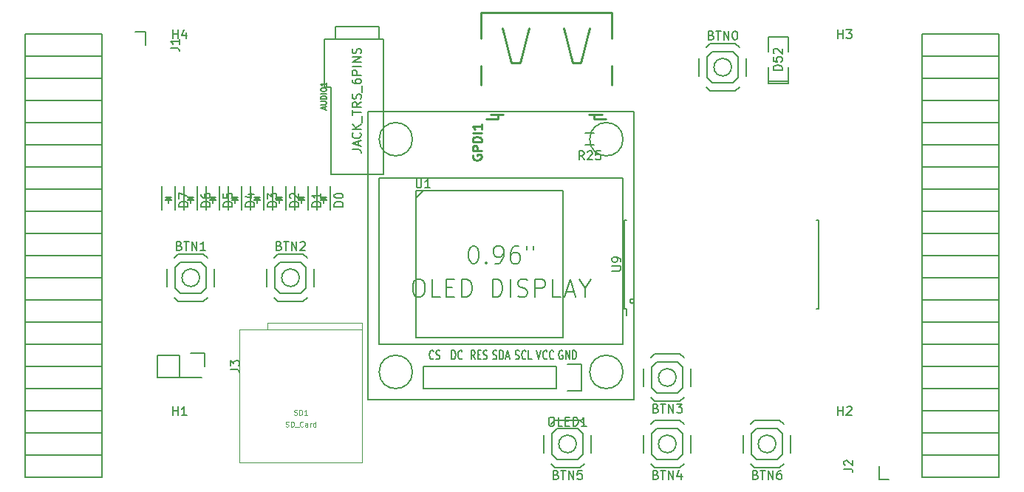
<source format=gto>
G04 #@! TF.FileFunction,Legend,Top*
%FSLAX46Y46*%
G04 Gerber Fmt 4.6, Leading zero omitted, Abs format (unit mm)*
G04 Created by KiCad (PCBNEW 4.0.5+dfsg1-4) date Fri May  5 02:04:24 2017*
%MOMM*%
%LPD*%
G01*
G04 APERTURE LIST*
%ADD10C,0.100000*%
%ADD11C,0.150000*%
%ADD12C,0.010160*%
%ADD13C,0.152400*%
%ADD14C,0.254000*%
%ADD15C,0.124460*%
G04 APERTURE END LIST*
D10*
D11*
X130080000Y-96200000D02*
X146880000Y-96200000D01*
X146880000Y-96200000D02*
X146880000Y-79400000D01*
X146880000Y-79400000D02*
X130080000Y-79400000D01*
X130080000Y-79400000D02*
X130080000Y-96200000D01*
X130880000Y-79400000D02*
X130080000Y-80200000D01*
X170427000Y-66881000D02*
X170427000Y-67135000D01*
X170427000Y-67135000D02*
X172713000Y-67135000D01*
X172713000Y-67135000D02*
X172713000Y-66881000D01*
X170427000Y-66881000D02*
X172713000Y-66881000D01*
X172713000Y-66881000D02*
X172713000Y-65230000D01*
X170427000Y-63452000D02*
X170427000Y-61801000D01*
X170427000Y-61801000D02*
X172713000Y-61801000D01*
X172713000Y-61801000D02*
X172713000Y-63452000D01*
X170427000Y-65230000D02*
X170427000Y-66881000D01*
D12*
X113070000Y-95320000D02*
X113070000Y-94520000D01*
X113070000Y-94520000D02*
X123870000Y-94520000D01*
X123870000Y-94520000D02*
X123870000Y-95320000D01*
X109870000Y-110520000D02*
X109870000Y-95320000D01*
X109870000Y-95320000D02*
X123870000Y-95320000D01*
X123870000Y-95320000D02*
X123870000Y-110520000D01*
X123870000Y-110520000D02*
X109870000Y-110520000D01*
D11*
X105260000Y-89360000D02*
G75*
G03X105260000Y-89360000I-1000000J0D01*
G01*
X103060000Y-87560000D02*
X105460000Y-87560000D01*
X102460000Y-88160000D02*
X103060000Y-87560000D01*
X102460000Y-90560000D02*
X102460000Y-88160000D01*
X103060000Y-91160000D02*
X102460000Y-90560000D01*
X105460000Y-91160000D02*
X103060000Y-91160000D01*
X106060000Y-90560000D02*
X105460000Y-91160000D01*
X106060000Y-88160000D02*
X106060000Y-90560000D01*
X105460000Y-87560000D02*
X106060000Y-88160000D01*
X102810000Y-86660000D02*
X105710000Y-86660000D01*
X102360000Y-87110000D02*
X102810000Y-86660000D01*
X101560000Y-90360000D02*
X101560000Y-88360000D01*
X102810000Y-92060000D02*
X102360000Y-91610000D01*
X105710000Y-92060000D02*
X102810000Y-92060000D01*
X106160000Y-91610000D02*
X105710000Y-92060000D01*
X106960000Y-88360000D02*
X106960000Y-90360000D01*
X105710000Y-86660000D02*
X106160000Y-87110000D01*
X116690000Y-89360000D02*
G75*
G03X116690000Y-89360000I-1000000J0D01*
G01*
X114490000Y-87560000D02*
X116890000Y-87560000D01*
X113890000Y-88160000D02*
X114490000Y-87560000D01*
X113890000Y-90560000D02*
X113890000Y-88160000D01*
X114490000Y-91160000D02*
X113890000Y-90560000D01*
X116890000Y-91160000D02*
X114490000Y-91160000D01*
X117490000Y-90560000D02*
X116890000Y-91160000D01*
X117490000Y-88160000D02*
X117490000Y-90560000D01*
X116890000Y-87560000D02*
X117490000Y-88160000D01*
X114240000Y-86660000D02*
X117140000Y-86660000D01*
X113790000Y-87110000D02*
X114240000Y-86660000D01*
X112990000Y-90360000D02*
X112990000Y-88360000D01*
X114240000Y-92060000D02*
X113790000Y-91610000D01*
X117140000Y-92060000D02*
X114240000Y-92060000D01*
X117590000Y-91610000D02*
X117140000Y-92060000D01*
X118390000Y-88360000D02*
X118390000Y-90360000D01*
X117140000Y-86660000D02*
X117590000Y-87110000D01*
X159870000Y-100790000D02*
G75*
G03X159870000Y-100790000I-1000000J0D01*
G01*
X160070000Y-102590000D02*
X157670000Y-102590000D01*
X160670000Y-101990000D02*
X160070000Y-102590000D01*
X160670000Y-99590000D02*
X160670000Y-101990000D01*
X160070000Y-98990000D02*
X160670000Y-99590000D01*
X157670000Y-98990000D02*
X160070000Y-98990000D01*
X157070000Y-99590000D02*
X157670000Y-98990000D01*
X157070000Y-101990000D02*
X157070000Y-99590000D01*
X157670000Y-102590000D02*
X157070000Y-101990000D01*
X160320000Y-103490000D02*
X157420000Y-103490000D01*
X160770000Y-103040000D02*
X160320000Y-103490000D01*
X161570000Y-99790000D02*
X161570000Y-101790000D01*
X160320000Y-98090000D02*
X160770000Y-98540000D01*
X157420000Y-98090000D02*
X160320000Y-98090000D01*
X156970000Y-98540000D02*
X157420000Y-98090000D01*
X156170000Y-101790000D02*
X156170000Y-99790000D01*
X157420000Y-103490000D02*
X156970000Y-103040000D01*
X159870000Y-108410000D02*
G75*
G03X159870000Y-108410000I-1000000J0D01*
G01*
X160070000Y-110210000D02*
X157670000Y-110210000D01*
X160670000Y-109610000D02*
X160070000Y-110210000D01*
X160670000Y-107210000D02*
X160670000Y-109610000D01*
X160070000Y-106610000D02*
X160670000Y-107210000D01*
X157670000Y-106610000D02*
X160070000Y-106610000D01*
X157070000Y-107210000D02*
X157670000Y-106610000D01*
X157070000Y-109610000D02*
X157070000Y-107210000D01*
X157670000Y-110210000D02*
X157070000Y-109610000D01*
X160320000Y-111110000D02*
X157420000Y-111110000D01*
X160770000Y-110660000D02*
X160320000Y-111110000D01*
X161570000Y-107410000D02*
X161570000Y-109410000D01*
X160320000Y-105710000D02*
X160770000Y-106160000D01*
X157420000Y-105710000D02*
X160320000Y-105710000D01*
X156970000Y-106160000D02*
X157420000Y-105710000D01*
X156170000Y-109410000D02*
X156170000Y-107410000D01*
X157420000Y-111110000D02*
X156970000Y-110660000D01*
X148440000Y-108410000D02*
G75*
G03X148440000Y-108410000I-1000000J0D01*
G01*
X148640000Y-110210000D02*
X146240000Y-110210000D01*
X149240000Y-109610000D02*
X148640000Y-110210000D01*
X149240000Y-107210000D02*
X149240000Y-109610000D01*
X148640000Y-106610000D02*
X149240000Y-107210000D01*
X146240000Y-106610000D02*
X148640000Y-106610000D01*
X145640000Y-107210000D02*
X146240000Y-106610000D01*
X145640000Y-109610000D02*
X145640000Y-107210000D01*
X146240000Y-110210000D02*
X145640000Y-109610000D01*
X148890000Y-111110000D02*
X145990000Y-111110000D01*
X149340000Y-110660000D02*
X148890000Y-111110000D01*
X150140000Y-107410000D02*
X150140000Y-109410000D01*
X148890000Y-105710000D02*
X149340000Y-106160000D01*
X145990000Y-105710000D02*
X148890000Y-105710000D01*
X145540000Y-106160000D02*
X145990000Y-105710000D01*
X144740000Y-109410000D02*
X144740000Y-107410000D01*
X145990000Y-111110000D02*
X145540000Y-110660000D01*
X171300000Y-108410000D02*
G75*
G03X171300000Y-108410000I-1000000J0D01*
G01*
X171500000Y-110210000D02*
X169100000Y-110210000D01*
X172100000Y-109610000D02*
X171500000Y-110210000D01*
X172100000Y-107210000D02*
X172100000Y-109610000D01*
X171500000Y-106610000D02*
X172100000Y-107210000D01*
X169100000Y-106610000D02*
X171500000Y-106610000D01*
X168500000Y-107210000D02*
X169100000Y-106610000D01*
X168500000Y-109610000D02*
X168500000Y-107210000D01*
X169100000Y-110210000D02*
X168500000Y-109610000D01*
X171750000Y-111110000D02*
X168850000Y-111110000D01*
X172200000Y-110660000D02*
X171750000Y-111110000D01*
X173000000Y-107410000D02*
X173000000Y-109410000D01*
X171750000Y-105710000D02*
X172200000Y-106160000D01*
X168850000Y-105710000D02*
X171750000Y-105710000D01*
X168400000Y-106160000D02*
X168850000Y-105710000D01*
X167600000Y-109410000D02*
X167600000Y-107410000D01*
X168850000Y-111110000D02*
X168400000Y-110660000D01*
X118750000Y-78870000D02*
X118750000Y-81570000D01*
X120250000Y-78870000D02*
X120250000Y-81570000D01*
X119350000Y-80370000D02*
X119600000Y-80370000D01*
X119600000Y-80370000D02*
X119450000Y-80220000D01*
X119850000Y-80120000D02*
X119150000Y-80120000D01*
X119500000Y-80470000D02*
X119500000Y-80820000D01*
X119500000Y-80120000D02*
X119850000Y-80470000D01*
X119850000Y-80470000D02*
X119150000Y-80470000D01*
X119150000Y-80470000D02*
X119500000Y-80120000D01*
X116210000Y-78870000D02*
X116210000Y-81570000D01*
X117710000Y-78870000D02*
X117710000Y-81570000D01*
X116810000Y-80370000D02*
X117060000Y-80370000D01*
X117060000Y-80370000D02*
X116910000Y-80220000D01*
X117310000Y-80120000D02*
X116610000Y-80120000D01*
X116960000Y-80470000D02*
X116960000Y-80820000D01*
X116960000Y-80120000D02*
X117310000Y-80470000D01*
X117310000Y-80470000D02*
X116610000Y-80470000D01*
X116610000Y-80470000D02*
X116960000Y-80120000D01*
X113670000Y-78870000D02*
X113670000Y-81570000D01*
X115170000Y-78870000D02*
X115170000Y-81570000D01*
X114270000Y-80370000D02*
X114520000Y-80370000D01*
X114520000Y-80370000D02*
X114370000Y-80220000D01*
X114770000Y-80120000D02*
X114070000Y-80120000D01*
X114420000Y-80470000D02*
X114420000Y-80820000D01*
X114420000Y-80120000D02*
X114770000Y-80470000D01*
X114770000Y-80470000D02*
X114070000Y-80470000D01*
X114070000Y-80470000D02*
X114420000Y-80120000D01*
X111130000Y-78870000D02*
X111130000Y-81570000D01*
X112630000Y-78870000D02*
X112630000Y-81570000D01*
X111730000Y-80370000D02*
X111980000Y-80370000D01*
X111980000Y-80370000D02*
X111830000Y-80220000D01*
X112230000Y-80120000D02*
X111530000Y-80120000D01*
X111880000Y-80470000D02*
X111880000Y-80820000D01*
X111880000Y-80120000D02*
X112230000Y-80470000D01*
X112230000Y-80470000D02*
X111530000Y-80470000D01*
X111530000Y-80470000D02*
X111880000Y-80120000D01*
X108590000Y-78870000D02*
X108590000Y-81570000D01*
X110090000Y-78870000D02*
X110090000Y-81570000D01*
X109190000Y-80370000D02*
X109440000Y-80370000D01*
X109440000Y-80370000D02*
X109290000Y-80220000D01*
X109690000Y-80120000D02*
X108990000Y-80120000D01*
X109340000Y-80470000D02*
X109340000Y-80820000D01*
X109340000Y-80120000D02*
X109690000Y-80470000D01*
X109690000Y-80470000D02*
X108990000Y-80470000D01*
X108990000Y-80470000D02*
X109340000Y-80120000D01*
X106050000Y-78870000D02*
X106050000Y-81570000D01*
X107550000Y-78870000D02*
X107550000Y-81570000D01*
X106650000Y-80370000D02*
X106900000Y-80370000D01*
X106900000Y-80370000D02*
X106750000Y-80220000D01*
X107150000Y-80120000D02*
X106450000Y-80120000D01*
X106800000Y-80470000D02*
X106800000Y-80820000D01*
X106800000Y-80120000D02*
X107150000Y-80470000D01*
X107150000Y-80470000D02*
X106450000Y-80470000D01*
X106450000Y-80470000D02*
X106800000Y-80120000D01*
X103510000Y-78870000D02*
X103510000Y-81570000D01*
X105010000Y-78870000D02*
X105010000Y-81570000D01*
X104110000Y-80370000D02*
X104360000Y-80370000D01*
X104360000Y-80370000D02*
X104210000Y-80220000D01*
X104610000Y-80120000D02*
X103910000Y-80120000D01*
X104260000Y-80470000D02*
X104260000Y-80820000D01*
X104260000Y-80120000D02*
X104610000Y-80470000D01*
X104610000Y-80470000D02*
X103910000Y-80470000D01*
X103910000Y-80470000D02*
X104260000Y-80120000D01*
X100970000Y-78870000D02*
X100970000Y-81570000D01*
X102470000Y-78870000D02*
X102470000Y-81570000D01*
X101570000Y-80370000D02*
X101820000Y-80370000D01*
X101820000Y-80370000D02*
X101670000Y-80220000D01*
X102070000Y-80120000D02*
X101370000Y-80120000D01*
X101720000Y-80470000D02*
X101720000Y-80820000D01*
X101720000Y-80120000D02*
X102070000Y-80470000D01*
X102070000Y-80470000D02*
X101370000Y-80470000D01*
X101370000Y-80470000D02*
X101720000Y-80120000D01*
D13*
X120310000Y-77540000D02*
X120310000Y-67540000D01*
X120310000Y-67540000D02*
X119610000Y-67540000D01*
X119610000Y-67540000D02*
X119610000Y-62040000D01*
X126310000Y-77540000D02*
X120310000Y-77540000D01*
X126310000Y-62040000D02*
X126310000Y-77540000D01*
X126310000Y-62040000D02*
X119610000Y-62040000D01*
X125810000Y-62040000D02*
X125810000Y-60540000D01*
X125810000Y-60540000D02*
X120810000Y-60540000D01*
X120810000Y-60540000D02*
X120810000Y-62040000D01*
D11*
X176180000Y-92880000D02*
X175980000Y-92880000D01*
X176180000Y-82720000D02*
X175980000Y-82720000D01*
X155080000Y-92050000D02*
G75*
G03X155080000Y-92050000I-250000J0D01*
G01*
X154180000Y-92880000D02*
X154180000Y-93700000D01*
X153980000Y-92880000D02*
X154180000Y-92880000D01*
X153980000Y-82720000D02*
X154180000Y-82720000D01*
X176190000Y-82720000D02*
X176190000Y-92880000D01*
X153970000Y-92880000D02*
X153970000Y-82720000D01*
D14*
X151378260Y-70648160D02*
X150479100Y-70648160D01*
X150479100Y-70648160D02*
X149879660Y-70648160D01*
X140080340Y-70648160D02*
X139480900Y-70648160D01*
X139480900Y-70648160D02*
X138581740Y-70648160D01*
X137481920Y-67249640D02*
X137481920Y-65098260D01*
X137481920Y-61900400D02*
X137481920Y-58992100D01*
X137481920Y-58992100D02*
X152478080Y-58992100D01*
X152478080Y-58992100D02*
X152478080Y-61900400D01*
X152478080Y-65098260D02*
X152478080Y-67249640D01*
X138106760Y-71148540D02*
X139480900Y-71148540D01*
X139480900Y-71148540D02*
X139480900Y-70648160D01*
X150479100Y-70648160D02*
X150479100Y-71148540D01*
X150479100Y-71148540D02*
X151865940Y-71148540D01*
X142981020Y-60732000D02*
X141980260Y-64732500D01*
X141980260Y-64732500D02*
X140982040Y-64732500D01*
X140982040Y-64732500D02*
X139981280Y-60732000D01*
X146978980Y-60732000D02*
X147979740Y-64732500D01*
X147979740Y-64732500D02*
X148977960Y-64732500D01*
X148977960Y-64732500D02*
X149978720Y-60732000D01*
D11*
X85270000Y-112220000D02*
X94100000Y-112220000D01*
X85270000Y-109680000D02*
X85270000Y-112220000D01*
X94100000Y-109680000D02*
X94100000Y-112220000D01*
X94100000Y-112220000D02*
X85270000Y-112220000D01*
X94100000Y-109680000D02*
X85270000Y-109680000D01*
X94100000Y-107140000D02*
X94100000Y-109680000D01*
X85270000Y-107140000D02*
X85270000Y-109680000D01*
X85270000Y-109680000D02*
X94100000Y-109680000D01*
X85270000Y-91900000D02*
X94100000Y-91900000D01*
X85270000Y-89360000D02*
X85270000Y-91900000D01*
X94100000Y-89360000D02*
X94100000Y-91900000D01*
X94100000Y-91900000D02*
X85270000Y-91900000D01*
X94100000Y-94440000D02*
X85270000Y-94440000D01*
X94100000Y-91900000D02*
X94100000Y-94440000D01*
X85270000Y-91900000D02*
X85270000Y-94440000D01*
X85270000Y-94440000D02*
X94100000Y-94440000D01*
X85270000Y-107140000D02*
X94100000Y-107140000D01*
X85270000Y-104600000D02*
X85270000Y-107140000D01*
X94100000Y-104600000D02*
X94100000Y-107140000D01*
X94100000Y-107140000D02*
X85270000Y-107140000D01*
X94100000Y-104600000D02*
X85270000Y-104600000D01*
X94100000Y-102060000D02*
X94100000Y-104600000D01*
X85270000Y-102060000D02*
X85270000Y-104600000D01*
X85270000Y-104600000D02*
X94100000Y-104600000D01*
X85270000Y-102060000D02*
X94100000Y-102060000D01*
X85270000Y-99520000D02*
X85270000Y-102060000D01*
X94100000Y-99520000D02*
X94100000Y-102060000D01*
X94100000Y-102060000D02*
X85270000Y-102060000D01*
X94100000Y-99520000D02*
X85270000Y-99520000D01*
X94100000Y-96980000D02*
X94100000Y-99520000D01*
X85270000Y-96980000D02*
X85270000Y-99520000D01*
X85270000Y-99520000D02*
X94100000Y-99520000D01*
X85270000Y-96980000D02*
X94100000Y-96980000D01*
X85270000Y-94440000D02*
X85270000Y-96980000D01*
X94100000Y-94440000D02*
X94100000Y-96980000D01*
X94100000Y-96980000D02*
X85270000Y-96980000D01*
X94100000Y-79200000D02*
X85270000Y-79200000D01*
X94100000Y-76660000D02*
X94100000Y-79200000D01*
X85270000Y-76660000D02*
X85270000Y-79200000D01*
X85270000Y-79200000D02*
X94100000Y-79200000D01*
X85270000Y-81740000D02*
X94100000Y-81740000D01*
X85270000Y-79200000D02*
X85270000Y-81740000D01*
X94100000Y-79200000D02*
X94100000Y-81740000D01*
X94100000Y-81740000D02*
X85270000Y-81740000D01*
X94100000Y-84280000D02*
X85270000Y-84280000D01*
X94100000Y-81740000D02*
X94100000Y-84280000D01*
X85270000Y-81740000D02*
X85270000Y-84280000D01*
X85270000Y-84280000D02*
X94100000Y-84280000D01*
X85270000Y-86820000D02*
X94100000Y-86820000D01*
X85270000Y-84280000D02*
X85270000Y-86820000D01*
X94100000Y-84280000D02*
X94100000Y-86820000D01*
X94100000Y-86820000D02*
X85270000Y-86820000D01*
X94100000Y-89360000D02*
X85270000Y-89360000D01*
X94100000Y-86820000D02*
X94100000Y-89360000D01*
X85270000Y-86820000D02*
X85270000Y-89360000D01*
X85270000Y-89360000D02*
X94100000Y-89360000D01*
X85270000Y-76660000D02*
X94100000Y-76660000D01*
X85270000Y-74120000D02*
X85270000Y-76660000D01*
X94100000Y-74120000D02*
X94100000Y-76660000D01*
X94100000Y-76660000D02*
X85270000Y-76660000D01*
X94100000Y-74120000D02*
X85270000Y-74120000D01*
X94100000Y-71580000D02*
X94100000Y-74120000D01*
X85270000Y-71580000D02*
X85270000Y-74120000D01*
X85270000Y-74120000D02*
X94100000Y-74120000D01*
X85270000Y-71580000D02*
X94100000Y-71580000D01*
X85270000Y-69040000D02*
X85270000Y-71580000D01*
X94100000Y-69040000D02*
X94100000Y-71580000D01*
X94100000Y-71580000D02*
X85270000Y-71580000D01*
X94100000Y-69040000D02*
X85270000Y-69040000D01*
X94100000Y-66500000D02*
X94100000Y-69040000D01*
X85270000Y-66500000D02*
X85270000Y-69040000D01*
X85270000Y-69040000D02*
X94100000Y-69040000D01*
X85270000Y-66500000D02*
X94100000Y-66500000D01*
X85270000Y-63960000D02*
X85270000Y-66500000D01*
X94100000Y-63960000D02*
X94100000Y-66500000D01*
X94100000Y-66500000D02*
X85270000Y-66500000D01*
X94100000Y-63960000D02*
X85270000Y-63960000D01*
X94100000Y-61420000D02*
X94100000Y-63960000D01*
X99060000Y-62690000D02*
X99060000Y-61140000D01*
X99060000Y-61140000D02*
X97910000Y-61140000D01*
X94100000Y-61420000D02*
X85270000Y-61420000D01*
X85270000Y-61420000D02*
X85270000Y-63960000D01*
X85270000Y-63960000D02*
X94100000Y-63960000D01*
X196910000Y-61420000D02*
X188080000Y-61420000D01*
X196910000Y-63960000D02*
X196910000Y-61420000D01*
X188080000Y-63960000D02*
X188080000Y-61420000D01*
X188080000Y-61420000D02*
X196910000Y-61420000D01*
X188080000Y-63960000D02*
X196910000Y-63960000D01*
X188080000Y-66500000D02*
X188080000Y-63960000D01*
X196910000Y-66500000D02*
X196910000Y-63960000D01*
X196910000Y-63960000D02*
X188080000Y-63960000D01*
X196910000Y-81740000D02*
X188080000Y-81740000D01*
X196910000Y-84280000D02*
X196910000Y-81740000D01*
X188080000Y-84280000D02*
X188080000Y-81740000D01*
X188080000Y-81740000D02*
X196910000Y-81740000D01*
X188080000Y-79200000D02*
X196910000Y-79200000D01*
X188080000Y-81740000D02*
X188080000Y-79200000D01*
X196910000Y-81740000D02*
X196910000Y-79200000D01*
X196910000Y-79200000D02*
X188080000Y-79200000D01*
X196910000Y-66500000D02*
X188080000Y-66500000D01*
X196910000Y-69040000D02*
X196910000Y-66500000D01*
X188080000Y-69040000D02*
X188080000Y-66500000D01*
X188080000Y-66500000D02*
X196910000Y-66500000D01*
X188080000Y-69040000D02*
X196910000Y-69040000D01*
X188080000Y-71580000D02*
X188080000Y-69040000D01*
X196910000Y-71580000D02*
X196910000Y-69040000D01*
X196910000Y-69040000D02*
X188080000Y-69040000D01*
X196910000Y-71580000D02*
X188080000Y-71580000D01*
X196910000Y-74120000D02*
X196910000Y-71580000D01*
X188080000Y-74120000D02*
X188080000Y-71580000D01*
X188080000Y-71580000D02*
X196910000Y-71580000D01*
X188080000Y-74120000D02*
X196910000Y-74120000D01*
X188080000Y-76660000D02*
X188080000Y-74120000D01*
X196910000Y-76660000D02*
X196910000Y-74120000D01*
X196910000Y-74120000D02*
X188080000Y-74120000D01*
X196910000Y-76660000D02*
X188080000Y-76660000D01*
X196910000Y-79200000D02*
X196910000Y-76660000D01*
X188080000Y-79200000D02*
X188080000Y-76660000D01*
X188080000Y-76660000D02*
X196910000Y-76660000D01*
X188080000Y-94440000D02*
X196910000Y-94440000D01*
X188080000Y-96980000D02*
X188080000Y-94440000D01*
X196910000Y-96980000D02*
X196910000Y-94440000D01*
X196910000Y-94440000D02*
X188080000Y-94440000D01*
X196910000Y-91900000D02*
X188080000Y-91900000D01*
X196910000Y-94440000D02*
X196910000Y-91900000D01*
X188080000Y-94440000D02*
X188080000Y-91900000D01*
X188080000Y-91900000D02*
X196910000Y-91900000D01*
X188080000Y-89360000D02*
X196910000Y-89360000D01*
X188080000Y-91900000D02*
X188080000Y-89360000D01*
X196910000Y-91900000D02*
X196910000Y-89360000D01*
X196910000Y-89360000D02*
X188080000Y-89360000D01*
X196910000Y-86820000D02*
X188080000Y-86820000D01*
X196910000Y-89360000D02*
X196910000Y-86820000D01*
X188080000Y-89360000D02*
X188080000Y-86820000D01*
X188080000Y-86820000D02*
X196910000Y-86820000D01*
X188080000Y-84280000D02*
X196910000Y-84280000D01*
X188080000Y-86820000D02*
X188080000Y-84280000D01*
X196910000Y-86820000D02*
X196910000Y-84280000D01*
X196910000Y-84280000D02*
X188080000Y-84280000D01*
X196910000Y-96980000D02*
X188080000Y-96980000D01*
X196910000Y-99520000D02*
X196910000Y-96980000D01*
X188080000Y-99520000D02*
X188080000Y-96980000D01*
X188080000Y-96980000D02*
X196910000Y-96980000D01*
X188080000Y-99520000D02*
X196910000Y-99520000D01*
X188080000Y-102060000D02*
X188080000Y-99520000D01*
X196910000Y-102060000D02*
X196910000Y-99520000D01*
X196910000Y-99520000D02*
X188080000Y-99520000D01*
X196910000Y-102060000D02*
X188080000Y-102060000D01*
X196910000Y-104600000D02*
X196910000Y-102060000D01*
X188080000Y-104600000D02*
X188080000Y-102060000D01*
X188080000Y-102060000D02*
X196910000Y-102060000D01*
X188080000Y-104600000D02*
X196910000Y-104600000D01*
X188080000Y-107140000D02*
X188080000Y-104600000D01*
X196910000Y-107140000D02*
X196910000Y-104600000D01*
X196910000Y-104600000D02*
X188080000Y-104600000D01*
X196910000Y-107140000D02*
X188080000Y-107140000D01*
X196910000Y-109680000D02*
X196910000Y-107140000D01*
X188080000Y-109680000D02*
X188080000Y-107140000D01*
X188080000Y-107140000D02*
X196910000Y-107140000D01*
X188080000Y-109680000D02*
X196910000Y-109680000D01*
X188080000Y-112220000D02*
X188080000Y-109680000D01*
X183120000Y-110950000D02*
X183120000Y-112500000D01*
X183120000Y-112500000D02*
X184270000Y-112500000D01*
X188080000Y-112220000D02*
X196910000Y-112220000D01*
X196910000Y-112220000D02*
X196910000Y-109680000D01*
X196910000Y-109680000D02*
X188080000Y-109680000D01*
X166220000Y-65230000D02*
G75*
G03X166220000Y-65230000I-1000000J0D01*
G01*
X164020000Y-63430000D02*
X166420000Y-63430000D01*
X163420000Y-64030000D02*
X164020000Y-63430000D01*
X163420000Y-66430000D02*
X163420000Y-64030000D01*
X164020000Y-67030000D02*
X163420000Y-66430000D01*
X166420000Y-67030000D02*
X164020000Y-67030000D01*
X167020000Y-66430000D02*
X166420000Y-67030000D01*
X167020000Y-64030000D02*
X167020000Y-66430000D01*
X166420000Y-63430000D02*
X167020000Y-64030000D01*
X163770000Y-62530000D02*
X166670000Y-62530000D01*
X163320000Y-62980000D02*
X163770000Y-62530000D01*
X162520000Y-66230000D02*
X162520000Y-64230000D01*
X163770000Y-67930000D02*
X163320000Y-67480000D01*
X166670000Y-67930000D02*
X163770000Y-67930000D01*
X167120000Y-67480000D02*
X166670000Y-67930000D01*
X167920000Y-64230000D02*
X167920000Y-66230000D01*
X166670000Y-62530000D02*
X167120000Y-62980000D01*
X149480000Y-72810000D02*
X150480000Y-72810000D01*
X150480000Y-74160000D02*
X149480000Y-74160000D01*
X105810000Y-99520000D02*
X105810000Y-97970000D01*
X102990000Y-100790000D02*
X105530000Y-100790000D01*
X105810000Y-97970000D02*
X104260000Y-97970000D01*
X100450000Y-100790000D02*
X102990000Y-100790000D01*
X102990000Y-100790000D02*
X102990000Y-98250000D01*
X102990000Y-98250000D02*
X100450000Y-98250000D01*
X100450000Y-98250000D02*
X100450000Y-100790000D01*
X153790000Y-73485000D02*
G75*
G03X153790000Y-73485000I-1905000J0D01*
G01*
X129660000Y-73485000D02*
G75*
G03X129660000Y-73485000I-1905000J0D01*
G01*
X129660000Y-100155000D02*
G75*
G03X129660000Y-100155000I-1905000J0D01*
G01*
X153790000Y-100155000D02*
G75*
G03X153790000Y-100155000I-1905000J0D01*
G01*
X153790000Y-77930000D02*
X153790000Y-96980000D01*
X125850000Y-77930000D02*
X153790000Y-77930000D01*
X125850000Y-96980000D02*
X125850000Y-77930000D01*
X153790000Y-96980000D02*
X125850000Y-96980000D01*
X155060000Y-70310000D02*
X155060000Y-103330000D01*
X124580000Y-70310000D02*
X155060000Y-70310000D01*
X124580000Y-103330000D02*
X124580000Y-70310000D01*
X155060000Y-103330000D02*
X124580000Y-103330000D01*
X146170000Y-99520000D02*
X130930000Y-99520000D01*
X130930000Y-99520000D02*
X130930000Y-102060000D01*
X130930000Y-102060000D02*
X146170000Y-102060000D01*
X148990000Y-99240000D02*
X147440000Y-99240000D01*
X146170000Y-99520000D02*
X146170000Y-102060000D01*
X147440000Y-102340000D02*
X148990000Y-102340000D01*
X148990000Y-102340000D02*
X148990000Y-99240000D01*
X130118095Y-78052381D02*
X130118095Y-78861905D01*
X130165714Y-78957143D01*
X130213333Y-79004762D01*
X130308571Y-79052381D01*
X130499048Y-79052381D01*
X130594286Y-79004762D01*
X130641905Y-78957143D01*
X130689524Y-78861905D01*
X130689524Y-78052381D01*
X131689524Y-79052381D02*
X131118095Y-79052381D01*
X131403809Y-79052381D02*
X131403809Y-78052381D01*
X131308571Y-78195238D01*
X131213333Y-78290476D01*
X131118095Y-78338095D01*
X172022381Y-65555286D02*
X171022381Y-65555286D01*
X171022381Y-65317191D01*
X171070000Y-65174333D01*
X171165238Y-65079095D01*
X171260476Y-65031476D01*
X171450952Y-64983857D01*
X171593810Y-64983857D01*
X171784286Y-65031476D01*
X171879524Y-65079095D01*
X171974762Y-65174333D01*
X172022381Y-65317191D01*
X172022381Y-65555286D01*
X171022381Y-64079095D02*
X171022381Y-64555286D01*
X171498571Y-64602905D01*
X171450952Y-64555286D01*
X171403333Y-64460048D01*
X171403333Y-64221952D01*
X171450952Y-64126714D01*
X171498571Y-64079095D01*
X171593810Y-64031476D01*
X171831905Y-64031476D01*
X171927143Y-64079095D01*
X171974762Y-64126714D01*
X172022381Y-64221952D01*
X172022381Y-64460048D01*
X171974762Y-64555286D01*
X171927143Y-64602905D01*
X171117619Y-63650524D02*
X171070000Y-63602905D01*
X171022381Y-63507667D01*
X171022381Y-63269571D01*
X171070000Y-63174333D01*
X171117619Y-63126714D01*
X171212857Y-63079095D01*
X171308095Y-63079095D01*
X171450952Y-63126714D01*
X172022381Y-63698143D01*
X172022381Y-63079095D01*
D15*
X116113564Y-105062630D02*
X116199198Y-105091175D01*
X116341922Y-105091175D01*
X116399012Y-105062630D01*
X116427556Y-105034086D01*
X116456101Y-104976996D01*
X116456101Y-104919907D01*
X116427556Y-104862817D01*
X116399012Y-104834272D01*
X116341922Y-104805728D01*
X116227743Y-104777183D01*
X116170654Y-104748638D01*
X116142109Y-104720093D01*
X116113564Y-104663004D01*
X116113564Y-104605914D01*
X116142109Y-104548825D01*
X116170654Y-104520280D01*
X116227743Y-104491735D01*
X116370467Y-104491735D01*
X116456101Y-104520280D01*
X116713004Y-105091175D02*
X116713004Y-104491735D01*
X116855728Y-104491735D01*
X116941362Y-104520280D01*
X116998451Y-104577370D01*
X117026996Y-104634459D01*
X117055541Y-104748638D01*
X117055541Y-104834272D01*
X117026996Y-104948451D01*
X116998451Y-105005541D01*
X116941362Y-105062630D01*
X116855728Y-105091175D01*
X116713004Y-105091175D01*
X117626436Y-105091175D02*
X117283899Y-105091175D01*
X117455168Y-105091175D02*
X117455168Y-104491735D01*
X117398078Y-104577370D01*
X117340989Y-104634459D01*
X117283899Y-104663004D01*
X115143043Y-106412630D02*
X115228677Y-106441175D01*
X115371401Y-106441175D01*
X115428491Y-106412630D01*
X115457035Y-106384086D01*
X115485580Y-106326996D01*
X115485580Y-106269907D01*
X115457035Y-106212817D01*
X115428491Y-106184272D01*
X115371401Y-106155728D01*
X115257222Y-106127183D01*
X115200133Y-106098638D01*
X115171588Y-106070093D01*
X115143043Y-106013004D01*
X115143043Y-105955914D01*
X115171588Y-105898825D01*
X115200133Y-105870280D01*
X115257222Y-105841735D01*
X115399946Y-105841735D01*
X115485580Y-105870280D01*
X115742483Y-106441175D02*
X115742483Y-105841735D01*
X115885207Y-105841735D01*
X115970841Y-105870280D01*
X116027930Y-105927370D01*
X116056475Y-105984459D01*
X116085020Y-106098638D01*
X116085020Y-106184272D01*
X116056475Y-106298451D01*
X116027930Y-106355541D01*
X115970841Y-106412630D01*
X115885207Y-106441175D01*
X115742483Y-106441175D01*
X116199199Y-106498265D02*
X116655915Y-106498265D01*
X117141176Y-106384086D02*
X117112631Y-106412630D01*
X117026997Y-106441175D01*
X116969907Y-106441175D01*
X116884273Y-106412630D01*
X116827184Y-106355541D01*
X116798639Y-106298451D01*
X116770094Y-106184272D01*
X116770094Y-106098638D01*
X116798639Y-105984459D01*
X116827184Y-105927370D01*
X116884273Y-105870280D01*
X116969907Y-105841735D01*
X117026997Y-105841735D01*
X117112631Y-105870280D01*
X117141176Y-105898825D01*
X117654982Y-106441175D02*
X117654982Y-106127183D01*
X117626437Y-106070093D01*
X117569347Y-106041549D01*
X117455168Y-106041549D01*
X117398079Y-106070093D01*
X117654982Y-106412630D02*
X117597892Y-106441175D01*
X117455168Y-106441175D01*
X117398079Y-106412630D01*
X117369534Y-106355541D01*
X117369534Y-106298451D01*
X117398079Y-106241362D01*
X117455168Y-106212817D01*
X117597892Y-106212817D01*
X117654982Y-106184272D01*
X117940429Y-106441175D02*
X117940429Y-106041549D01*
X117940429Y-106155728D02*
X117968974Y-106098638D01*
X117997518Y-106070093D01*
X118054608Y-106041549D01*
X118111697Y-106041549D01*
X118568414Y-106441175D02*
X118568414Y-105841735D01*
X118568414Y-106412630D02*
X118511324Y-106441175D01*
X118397145Y-106441175D01*
X118340056Y-106412630D01*
X118311511Y-106384086D01*
X118282966Y-106326996D01*
X118282966Y-106155728D01*
X118311511Y-106098638D01*
X118340056Y-106070093D01*
X118397145Y-106041549D01*
X118511324Y-106041549D01*
X118568414Y-106070093D01*
D11*
X102950477Y-85688571D02*
X103093334Y-85736190D01*
X103140953Y-85783810D01*
X103188572Y-85879048D01*
X103188572Y-86021905D01*
X103140953Y-86117143D01*
X103093334Y-86164762D01*
X102998096Y-86212381D01*
X102617143Y-86212381D01*
X102617143Y-85212381D01*
X102950477Y-85212381D01*
X103045715Y-85260000D01*
X103093334Y-85307619D01*
X103140953Y-85402857D01*
X103140953Y-85498095D01*
X103093334Y-85593333D01*
X103045715Y-85640952D01*
X102950477Y-85688571D01*
X102617143Y-85688571D01*
X103474286Y-85212381D02*
X104045715Y-85212381D01*
X103760000Y-86212381D02*
X103760000Y-85212381D01*
X104379048Y-86212381D02*
X104379048Y-85212381D01*
X104950477Y-86212381D01*
X104950477Y-85212381D01*
X105950477Y-86212381D02*
X105379048Y-86212381D01*
X105664762Y-86212381D02*
X105664762Y-85212381D01*
X105569524Y-85355238D01*
X105474286Y-85450476D01*
X105379048Y-85498095D01*
X114380477Y-85688571D02*
X114523334Y-85736190D01*
X114570953Y-85783810D01*
X114618572Y-85879048D01*
X114618572Y-86021905D01*
X114570953Y-86117143D01*
X114523334Y-86164762D01*
X114428096Y-86212381D01*
X114047143Y-86212381D01*
X114047143Y-85212381D01*
X114380477Y-85212381D01*
X114475715Y-85260000D01*
X114523334Y-85307619D01*
X114570953Y-85402857D01*
X114570953Y-85498095D01*
X114523334Y-85593333D01*
X114475715Y-85640952D01*
X114380477Y-85688571D01*
X114047143Y-85688571D01*
X114904286Y-85212381D02*
X115475715Y-85212381D01*
X115190000Y-86212381D02*
X115190000Y-85212381D01*
X115809048Y-86212381D02*
X115809048Y-85212381D01*
X116380477Y-86212381D01*
X116380477Y-85212381D01*
X116809048Y-85307619D02*
X116856667Y-85260000D01*
X116951905Y-85212381D01*
X117190001Y-85212381D01*
X117285239Y-85260000D01*
X117332858Y-85307619D01*
X117380477Y-85402857D01*
X117380477Y-85498095D01*
X117332858Y-85640952D01*
X116761429Y-86212381D01*
X117380477Y-86212381D01*
X157560477Y-104318571D02*
X157703334Y-104366190D01*
X157750953Y-104413810D01*
X157798572Y-104509048D01*
X157798572Y-104651905D01*
X157750953Y-104747143D01*
X157703334Y-104794762D01*
X157608096Y-104842381D01*
X157227143Y-104842381D01*
X157227143Y-103842381D01*
X157560477Y-103842381D01*
X157655715Y-103890000D01*
X157703334Y-103937619D01*
X157750953Y-104032857D01*
X157750953Y-104128095D01*
X157703334Y-104223333D01*
X157655715Y-104270952D01*
X157560477Y-104318571D01*
X157227143Y-104318571D01*
X158084286Y-103842381D02*
X158655715Y-103842381D01*
X158370000Y-104842381D02*
X158370000Y-103842381D01*
X158989048Y-104842381D02*
X158989048Y-103842381D01*
X159560477Y-104842381D01*
X159560477Y-103842381D01*
X159941429Y-103842381D02*
X160560477Y-103842381D01*
X160227143Y-104223333D01*
X160370001Y-104223333D01*
X160465239Y-104270952D01*
X160512858Y-104318571D01*
X160560477Y-104413810D01*
X160560477Y-104651905D01*
X160512858Y-104747143D01*
X160465239Y-104794762D01*
X160370001Y-104842381D01*
X160084286Y-104842381D01*
X159989048Y-104794762D01*
X159941429Y-104747143D01*
X157560477Y-111938571D02*
X157703334Y-111986190D01*
X157750953Y-112033810D01*
X157798572Y-112129048D01*
X157798572Y-112271905D01*
X157750953Y-112367143D01*
X157703334Y-112414762D01*
X157608096Y-112462381D01*
X157227143Y-112462381D01*
X157227143Y-111462381D01*
X157560477Y-111462381D01*
X157655715Y-111510000D01*
X157703334Y-111557619D01*
X157750953Y-111652857D01*
X157750953Y-111748095D01*
X157703334Y-111843333D01*
X157655715Y-111890952D01*
X157560477Y-111938571D01*
X157227143Y-111938571D01*
X158084286Y-111462381D02*
X158655715Y-111462381D01*
X158370000Y-112462381D02*
X158370000Y-111462381D01*
X158989048Y-112462381D02*
X158989048Y-111462381D01*
X159560477Y-112462381D01*
X159560477Y-111462381D01*
X160465239Y-111795714D02*
X160465239Y-112462381D01*
X160227143Y-111414762D02*
X159989048Y-112129048D01*
X160608096Y-112129048D01*
X146130477Y-111938571D02*
X146273334Y-111986190D01*
X146320953Y-112033810D01*
X146368572Y-112129048D01*
X146368572Y-112271905D01*
X146320953Y-112367143D01*
X146273334Y-112414762D01*
X146178096Y-112462381D01*
X145797143Y-112462381D01*
X145797143Y-111462381D01*
X146130477Y-111462381D01*
X146225715Y-111510000D01*
X146273334Y-111557619D01*
X146320953Y-111652857D01*
X146320953Y-111748095D01*
X146273334Y-111843333D01*
X146225715Y-111890952D01*
X146130477Y-111938571D01*
X145797143Y-111938571D01*
X146654286Y-111462381D02*
X147225715Y-111462381D01*
X146940000Y-112462381D02*
X146940000Y-111462381D01*
X147559048Y-112462381D02*
X147559048Y-111462381D01*
X148130477Y-112462381D01*
X148130477Y-111462381D01*
X149082858Y-111462381D02*
X148606667Y-111462381D01*
X148559048Y-111938571D01*
X148606667Y-111890952D01*
X148701905Y-111843333D01*
X148940001Y-111843333D01*
X149035239Y-111890952D01*
X149082858Y-111938571D01*
X149130477Y-112033810D01*
X149130477Y-112271905D01*
X149082858Y-112367143D01*
X149035239Y-112414762D01*
X148940001Y-112462381D01*
X148701905Y-112462381D01*
X148606667Y-112414762D01*
X148559048Y-112367143D01*
X168990477Y-111938571D02*
X169133334Y-111986190D01*
X169180953Y-112033810D01*
X169228572Y-112129048D01*
X169228572Y-112271905D01*
X169180953Y-112367143D01*
X169133334Y-112414762D01*
X169038096Y-112462381D01*
X168657143Y-112462381D01*
X168657143Y-111462381D01*
X168990477Y-111462381D01*
X169085715Y-111510000D01*
X169133334Y-111557619D01*
X169180953Y-111652857D01*
X169180953Y-111748095D01*
X169133334Y-111843333D01*
X169085715Y-111890952D01*
X168990477Y-111938571D01*
X168657143Y-111938571D01*
X169514286Y-111462381D02*
X170085715Y-111462381D01*
X169800000Y-112462381D02*
X169800000Y-111462381D01*
X170419048Y-112462381D02*
X170419048Y-111462381D01*
X170990477Y-112462381D01*
X170990477Y-111462381D01*
X171895239Y-111462381D02*
X171704762Y-111462381D01*
X171609524Y-111510000D01*
X171561905Y-111557619D01*
X171466667Y-111700476D01*
X171419048Y-111890952D01*
X171419048Y-112271905D01*
X171466667Y-112367143D01*
X171514286Y-112414762D01*
X171609524Y-112462381D01*
X171800001Y-112462381D01*
X171895239Y-112414762D01*
X171942858Y-112367143D01*
X171990477Y-112271905D01*
X171990477Y-112033810D01*
X171942858Y-111938571D01*
X171895239Y-111890952D01*
X171800001Y-111843333D01*
X171609524Y-111843333D01*
X171514286Y-111890952D01*
X171466667Y-111938571D01*
X171419048Y-112033810D01*
X121702381Y-81208095D02*
X120702381Y-81208095D01*
X120702381Y-80970000D01*
X120750000Y-80827142D01*
X120845238Y-80731904D01*
X120940476Y-80684285D01*
X121130952Y-80636666D01*
X121273810Y-80636666D01*
X121464286Y-80684285D01*
X121559524Y-80731904D01*
X121654762Y-80827142D01*
X121702381Y-80970000D01*
X121702381Y-81208095D01*
X120702381Y-80017619D02*
X120702381Y-79922380D01*
X120750000Y-79827142D01*
X120797619Y-79779523D01*
X120892857Y-79731904D01*
X121083333Y-79684285D01*
X121321429Y-79684285D01*
X121511905Y-79731904D01*
X121607143Y-79779523D01*
X121654762Y-79827142D01*
X121702381Y-79922380D01*
X121702381Y-80017619D01*
X121654762Y-80112857D01*
X121607143Y-80160476D01*
X121511905Y-80208095D01*
X121321429Y-80255714D01*
X121083333Y-80255714D01*
X120892857Y-80208095D01*
X120797619Y-80160476D01*
X120750000Y-80112857D01*
X120702381Y-80017619D01*
X119162381Y-81208095D02*
X118162381Y-81208095D01*
X118162381Y-80970000D01*
X118210000Y-80827142D01*
X118305238Y-80731904D01*
X118400476Y-80684285D01*
X118590952Y-80636666D01*
X118733810Y-80636666D01*
X118924286Y-80684285D01*
X119019524Y-80731904D01*
X119114762Y-80827142D01*
X119162381Y-80970000D01*
X119162381Y-81208095D01*
X119162381Y-79684285D02*
X119162381Y-80255714D01*
X119162381Y-79970000D02*
X118162381Y-79970000D01*
X118305238Y-80065238D01*
X118400476Y-80160476D01*
X118448095Y-80255714D01*
X116622381Y-81208095D02*
X115622381Y-81208095D01*
X115622381Y-80970000D01*
X115670000Y-80827142D01*
X115765238Y-80731904D01*
X115860476Y-80684285D01*
X116050952Y-80636666D01*
X116193810Y-80636666D01*
X116384286Y-80684285D01*
X116479524Y-80731904D01*
X116574762Y-80827142D01*
X116622381Y-80970000D01*
X116622381Y-81208095D01*
X115717619Y-80255714D02*
X115670000Y-80208095D01*
X115622381Y-80112857D01*
X115622381Y-79874761D01*
X115670000Y-79779523D01*
X115717619Y-79731904D01*
X115812857Y-79684285D01*
X115908095Y-79684285D01*
X116050952Y-79731904D01*
X116622381Y-80303333D01*
X116622381Y-79684285D01*
X114082381Y-81208095D02*
X113082381Y-81208095D01*
X113082381Y-80970000D01*
X113130000Y-80827142D01*
X113225238Y-80731904D01*
X113320476Y-80684285D01*
X113510952Y-80636666D01*
X113653810Y-80636666D01*
X113844286Y-80684285D01*
X113939524Y-80731904D01*
X114034762Y-80827142D01*
X114082381Y-80970000D01*
X114082381Y-81208095D01*
X113082381Y-80303333D02*
X113082381Y-79684285D01*
X113463333Y-80017619D01*
X113463333Y-79874761D01*
X113510952Y-79779523D01*
X113558571Y-79731904D01*
X113653810Y-79684285D01*
X113891905Y-79684285D01*
X113987143Y-79731904D01*
X114034762Y-79779523D01*
X114082381Y-79874761D01*
X114082381Y-80160476D01*
X114034762Y-80255714D01*
X113987143Y-80303333D01*
X111542381Y-81208095D02*
X110542381Y-81208095D01*
X110542381Y-80970000D01*
X110590000Y-80827142D01*
X110685238Y-80731904D01*
X110780476Y-80684285D01*
X110970952Y-80636666D01*
X111113810Y-80636666D01*
X111304286Y-80684285D01*
X111399524Y-80731904D01*
X111494762Y-80827142D01*
X111542381Y-80970000D01*
X111542381Y-81208095D01*
X110875714Y-79779523D02*
X111542381Y-79779523D01*
X110494762Y-80017619D02*
X111209048Y-80255714D01*
X111209048Y-79636666D01*
X109002381Y-81208095D02*
X108002381Y-81208095D01*
X108002381Y-80970000D01*
X108050000Y-80827142D01*
X108145238Y-80731904D01*
X108240476Y-80684285D01*
X108430952Y-80636666D01*
X108573810Y-80636666D01*
X108764286Y-80684285D01*
X108859524Y-80731904D01*
X108954762Y-80827142D01*
X109002381Y-80970000D01*
X109002381Y-81208095D01*
X108002381Y-79731904D02*
X108002381Y-80208095D01*
X108478571Y-80255714D01*
X108430952Y-80208095D01*
X108383333Y-80112857D01*
X108383333Y-79874761D01*
X108430952Y-79779523D01*
X108478571Y-79731904D01*
X108573810Y-79684285D01*
X108811905Y-79684285D01*
X108907143Y-79731904D01*
X108954762Y-79779523D01*
X109002381Y-79874761D01*
X109002381Y-80112857D01*
X108954762Y-80208095D01*
X108907143Y-80255714D01*
X106462381Y-81208095D02*
X105462381Y-81208095D01*
X105462381Y-80970000D01*
X105510000Y-80827142D01*
X105605238Y-80731904D01*
X105700476Y-80684285D01*
X105890952Y-80636666D01*
X106033810Y-80636666D01*
X106224286Y-80684285D01*
X106319524Y-80731904D01*
X106414762Y-80827142D01*
X106462381Y-80970000D01*
X106462381Y-81208095D01*
X105462381Y-79779523D02*
X105462381Y-79970000D01*
X105510000Y-80065238D01*
X105557619Y-80112857D01*
X105700476Y-80208095D01*
X105890952Y-80255714D01*
X106271905Y-80255714D01*
X106367143Y-80208095D01*
X106414762Y-80160476D01*
X106462381Y-80065238D01*
X106462381Y-79874761D01*
X106414762Y-79779523D01*
X106367143Y-79731904D01*
X106271905Y-79684285D01*
X106033810Y-79684285D01*
X105938571Y-79731904D01*
X105890952Y-79779523D01*
X105843333Y-79874761D01*
X105843333Y-80065238D01*
X105890952Y-80160476D01*
X105938571Y-80208095D01*
X106033810Y-80255714D01*
X103922381Y-81208095D02*
X102922381Y-81208095D01*
X102922381Y-80970000D01*
X102970000Y-80827142D01*
X103065238Y-80731904D01*
X103160476Y-80684285D01*
X103350952Y-80636666D01*
X103493810Y-80636666D01*
X103684286Y-80684285D01*
X103779524Y-80731904D01*
X103874762Y-80827142D01*
X103922381Y-80970000D01*
X103922381Y-81208095D01*
X102922381Y-80303333D02*
X102922381Y-79636666D01*
X103922381Y-80065238D01*
D13*
X119611600Y-70064000D02*
X119611600Y-69773714D01*
X119785771Y-70122057D02*
X119176171Y-69918857D01*
X119785771Y-69715657D01*
X119176171Y-69512457D02*
X119669657Y-69512457D01*
X119727714Y-69483429D01*
X119756743Y-69454400D01*
X119785771Y-69396343D01*
X119785771Y-69280229D01*
X119756743Y-69222171D01*
X119727714Y-69193143D01*
X119669657Y-69164114D01*
X119176171Y-69164114D01*
X119785771Y-68873828D02*
X119176171Y-68873828D01*
X119176171Y-68728685D01*
X119205200Y-68641600D01*
X119263257Y-68583542D01*
X119321314Y-68554514D01*
X119437429Y-68525485D01*
X119524514Y-68525485D01*
X119640629Y-68554514D01*
X119698686Y-68583542D01*
X119756743Y-68641600D01*
X119785771Y-68728685D01*
X119785771Y-68873828D01*
X119785771Y-68264228D02*
X119176171Y-68264228D01*
X119176171Y-67857828D02*
X119176171Y-67741714D01*
X119205200Y-67683656D01*
X119263257Y-67625599D01*
X119379371Y-67596571D01*
X119582571Y-67596571D01*
X119698686Y-67625599D01*
X119756743Y-67683656D01*
X119785771Y-67741714D01*
X119785771Y-67857828D01*
X119756743Y-67915885D01*
X119698686Y-67973942D01*
X119582571Y-68002971D01*
X119379371Y-68002971D01*
X119263257Y-67973942D01*
X119205200Y-67915885D01*
X119176171Y-67857828D01*
X119785771Y-67015999D02*
X119785771Y-67364342D01*
X119785771Y-67190170D02*
X119176171Y-67190170D01*
X119263257Y-67248227D01*
X119321314Y-67306285D01*
X119350343Y-67364342D01*
D11*
X122762381Y-74659047D02*
X123476667Y-74659047D01*
X123619524Y-74706667D01*
X123714762Y-74801905D01*
X123762381Y-74944762D01*
X123762381Y-75040000D01*
X123476667Y-74230476D02*
X123476667Y-73754285D01*
X123762381Y-74325714D02*
X122762381Y-73992381D01*
X123762381Y-73659047D01*
X123667143Y-72754285D02*
X123714762Y-72801904D01*
X123762381Y-72944761D01*
X123762381Y-73039999D01*
X123714762Y-73182857D01*
X123619524Y-73278095D01*
X123524286Y-73325714D01*
X123333810Y-73373333D01*
X123190952Y-73373333D01*
X123000476Y-73325714D01*
X122905238Y-73278095D01*
X122810000Y-73182857D01*
X122762381Y-73039999D01*
X122762381Y-72944761D01*
X122810000Y-72801904D01*
X122857619Y-72754285D01*
X123762381Y-72325714D02*
X122762381Y-72325714D01*
X123762381Y-71754285D02*
X123190952Y-72182857D01*
X122762381Y-71754285D02*
X123333810Y-72325714D01*
X123857619Y-71563809D02*
X123857619Y-70801904D01*
X122762381Y-70706666D02*
X122762381Y-70135237D01*
X123762381Y-70420952D02*
X122762381Y-70420952D01*
X123762381Y-69230475D02*
X123286190Y-69563809D01*
X123762381Y-69801904D02*
X122762381Y-69801904D01*
X122762381Y-69420951D01*
X122810000Y-69325713D01*
X122857619Y-69278094D01*
X122952857Y-69230475D01*
X123095714Y-69230475D01*
X123190952Y-69278094D01*
X123238571Y-69325713D01*
X123286190Y-69420951D01*
X123286190Y-69801904D01*
X123714762Y-68849523D02*
X123762381Y-68706666D01*
X123762381Y-68468570D01*
X123714762Y-68373332D01*
X123667143Y-68325713D01*
X123571905Y-68278094D01*
X123476667Y-68278094D01*
X123381429Y-68325713D01*
X123333810Y-68373332D01*
X123286190Y-68468570D01*
X123238571Y-68659047D01*
X123190952Y-68754285D01*
X123143333Y-68801904D01*
X123048095Y-68849523D01*
X122952857Y-68849523D01*
X122857619Y-68801904D01*
X122810000Y-68754285D01*
X122762381Y-68659047D01*
X122762381Y-68420951D01*
X122810000Y-68278094D01*
X123857619Y-68087618D02*
X123857619Y-67325713D01*
X122762381Y-66659046D02*
X122762381Y-66849523D01*
X122810000Y-66944761D01*
X122857619Y-66992380D01*
X123000476Y-67087618D01*
X123190952Y-67135237D01*
X123571905Y-67135237D01*
X123667143Y-67087618D01*
X123714762Y-67039999D01*
X123762381Y-66944761D01*
X123762381Y-66754284D01*
X123714762Y-66659046D01*
X123667143Y-66611427D01*
X123571905Y-66563808D01*
X123333810Y-66563808D01*
X123238571Y-66611427D01*
X123190952Y-66659046D01*
X123143333Y-66754284D01*
X123143333Y-66944761D01*
X123190952Y-67039999D01*
X123238571Y-67087618D01*
X123333810Y-67135237D01*
X123762381Y-66135237D02*
X122762381Y-66135237D01*
X122762381Y-65754284D01*
X122810000Y-65659046D01*
X122857619Y-65611427D01*
X122952857Y-65563808D01*
X123095714Y-65563808D01*
X123190952Y-65611427D01*
X123238571Y-65659046D01*
X123286190Y-65754284D01*
X123286190Y-66135237D01*
X123762381Y-65135237D02*
X122762381Y-65135237D01*
X123762381Y-64659047D02*
X122762381Y-64659047D01*
X123762381Y-64087618D01*
X122762381Y-64087618D01*
X123714762Y-63659047D02*
X123762381Y-63516190D01*
X123762381Y-63278094D01*
X123714762Y-63182856D01*
X123667143Y-63135237D01*
X123571905Y-63087618D01*
X123476667Y-63087618D01*
X123381429Y-63135237D01*
X123333810Y-63182856D01*
X123286190Y-63278094D01*
X123238571Y-63468571D01*
X123190952Y-63563809D01*
X123143333Y-63611428D01*
X123048095Y-63659047D01*
X122952857Y-63659047D01*
X122857619Y-63611428D01*
X122810000Y-63563809D01*
X122762381Y-63468571D01*
X122762381Y-63230475D01*
X122810000Y-63087618D01*
X152532381Y-88561905D02*
X153341905Y-88561905D01*
X153437143Y-88514286D01*
X153484762Y-88466667D01*
X153532381Y-88371429D01*
X153532381Y-88180952D01*
X153484762Y-88085714D01*
X153437143Y-88038095D01*
X153341905Y-87990476D01*
X152532381Y-87990476D01*
X153532381Y-87466667D02*
X153532381Y-87276191D01*
X153484762Y-87180952D01*
X153437143Y-87133333D01*
X153294286Y-87038095D01*
X153103810Y-86990476D01*
X152722857Y-86990476D01*
X152627619Y-87038095D01*
X152580000Y-87085714D01*
X152532381Y-87180952D01*
X152532381Y-87371429D01*
X152580000Y-87466667D01*
X152627619Y-87514286D01*
X152722857Y-87561905D01*
X152960952Y-87561905D01*
X153056190Y-87514286D01*
X153103810Y-87466667D01*
X153151429Y-87371429D01*
X153151429Y-87180952D01*
X153103810Y-87085714D01*
X153056190Y-87038095D01*
X152960952Y-86990476D01*
D14*
X136598000Y-75288619D02*
X136549619Y-75385381D01*
X136549619Y-75530524D01*
X136598000Y-75675666D01*
X136694762Y-75772428D01*
X136791524Y-75820809D01*
X136985048Y-75869190D01*
X137130190Y-75869190D01*
X137323714Y-75820809D01*
X137420476Y-75772428D01*
X137517238Y-75675666D01*
X137565619Y-75530524D01*
X137565619Y-75433762D01*
X137517238Y-75288619D01*
X137468857Y-75240238D01*
X137130190Y-75240238D01*
X137130190Y-75433762D01*
X137565619Y-74804809D02*
X136549619Y-74804809D01*
X136549619Y-74417762D01*
X136598000Y-74321000D01*
X136646381Y-74272619D01*
X136743143Y-74224238D01*
X136888286Y-74224238D01*
X136985048Y-74272619D01*
X137033429Y-74321000D01*
X137081810Y-74417762D01*
X137081810Y-74804809D01*
X137565619Y-73788809D02*
X136549619Y-73788809D01*
X136549619Y-73546904D01*
X136598000Y-73401762D01*
X136694762Y-73305000D01*
X136791524Y-73256619D01*
X136985048Y-73208238D01*
X137130190Y-73208238D01*
X137323714Y-73256619D01*
X137420476Y-73305000D01*
X137517238Y-73401762D01*
X137565619Y-73546904D01*
X137565619Y-73788809D01*
X137565619Y-72772809D02*
X136549619Y-72772809D01*
X137565619Y-71756809D02*
X137565619Y-72337380D01*
X137565619Y-72047094D02*
X136549619Y-72047094D01*
X136694762Y-72143856D01*
X136791524Y-72240618D01*
X136839905Y-72337380D01*
D11*
X101962381Y-63023333D02*
X102676667Y-63023333D01*
X102819524Y-63070953D01*
X102914762Y-63166191D01*
X102962381Y-63309048D01*
X102962381Y-63404286D01*
X102962381Y-62023333D02*
X102962381Y-62594762D01*
X102962381Y-62309048D02*
X101962381Y-62309048D01*
X102105238Y-62404286D01*
X102200476Y-62499524D01*
X102248095Y-62594762D01*
X179122381Y-111283333D02*
X179836667Y-111283333D01*
X179979524Y-111330953D01*
X180074762Y-111426191D01*
X180122381Y-111569048D01*
X180122381Y-111664286D01*
X179217619Y-110854762D02*
X179170000Y-110807143D01*
X179122381Y-110711905D01*
X179122381Y-110473809D01*
X179170000Y-110378571D01*
X179217619Y-110330952D01*
X179312857Y-110283333D01*
X179408095Y-110283333D01*
X179550952Y-110330952D01*
X180122381Y-110902381D01*
X180122381Y-110283333D01*
X102228095Y-105112381D02*
X102228095Y-104112381D01*
X102228095Y-104588571D02*
X102799524Y-104588571D01*
X102799524Y-105112381D02*
X102799524Y-104112381D01*
X103799524Y-105112381D02*
X103228095Y-105112381D01*
X103513809Y-105112381D02*
X103513809Y-104112381D01*
X103418571Y-104255238D01*
X103323333Y-104350476D01*
X103228095Y-104398095D01*
X178428095Y-105112381D02*
X178428095Y-104112381D01*
X178428095Y-104588571D02*
X178999524Y-104588571D01*
X178999524Y-105112381D02*
X178999524Y-104112381D01*
X179428095Y-104207619D02*
X179475714Y-104160000D01*
X179570952Y-104112381D01*
X179809048Y-104112381D01*
X179904286Y-104160000D01*
X179951905Y-104207619D01*
X179999524Y-104302857D01*
X179999524Y-104398095D01*
X179951905Y-104540952D01*
X179380476Y-105112381D01*
X179999524Y-105112381D01*
X178428095Y-61932381D02*
X178428095Y-60932381D01*
X178428095Y-61408571D02*
X178999524Y-61408571D01*
X178999524Y-61932381D02*
X178999524Y-60932381D01*
X179380476Y-60932381D02*
X179999524Y-60932381D01*
X179666190Y-61313333D01*
X179809048Y-61313333D01*
X179904286Y-61360952D01*
X179951905Y-61408571D01*
X179999524Y-61503810D01*
X179999524Y-61741905D01*
X179951905Y-61837143D01*
X179904286Y-61884762D01*
X179809048Y-61932381D01*
X179523333Y-61932381D01*
X179428095Y-61884762D01*
X179380476Y-61837143D01*
X102228095Y-61932381D02*
X102228095Y-60932381D01*
X102228095Y-61408571D02*
X102799524Y-61408571D01*
X102799524Y-61932381D02*
X102799524Y-60932381D01*
X103704286Y-61265714D02*
X103704286Y-61932381D01*
X103466190Y-60884762D02*
X103228095Y-61599048D01*
X103847143Y-61599048D01*
X163910477Y-61558571D02*
X164053334Y-61606190D01*
X164100953Y-61653810D01*
X164148572Y-61749048D01*
X164148572Y-61891905D01*
X164100953Y-61987143D01*
X164053334Y-62034762D01*
X163958096Y-62082381D01*
X163577143Y-62082381D01*
X163577143Y-61082381D01*
X163910477Y-61082381D01*
X164005715Y-61130000D01*
X164053334Y-61177619D01*
X164100953Y-61272857D01*
X164100953Y-61368095D01*
X164053334Y-61463333D01*
X164005715Y-61510952D01*
X163910477Y-61558571D01*
X163577143Y-61558571D01*
X164434286Y-61082381D02*
X165005715Y-61082381D01*
X164720000Y-62082381D02*
X164720000Y-61082381D01*
X165339048Y-62082381D02*
X165339048Y-61082381D01*
X165910477Y-62082381D01*
X165910477Y-61082381D01*
X166577143Y-61082381D02*
X166672382Y-61082381D01*
X166767620Y-61130000D01*
X166815239Y-61177619D01*
X166862858Y-61272857D01*
X166910477Y-61463333D01*
X166910477Y-61701429D01*
X166862858Y-61891905D01*
X166815239Y-61987143D01*
X166767620Y-62034762D01*
X166672382Y-62082381D01*
X166577143Y-62082381D01*
X166481905Y-62034762D01*
X166434286Y-61987143D01*
X166386667Y-61891905D01*
X166339048Y-61701429D01*
X166339048Y-61463333D01*
X166386667Y-61272857D01*
X166434286Y-61177619D01*
X166481905Y-61130000D01*
X166577143Y-61082381D01*
X149337143Y-75837381D02*
X149003809Y-75361190D01*
X148765714Y-75837381D02*
X148765714Y-74837381D01*
X149146667Y-74837381D01*
X149241905Y-74885000D01*
X149289524Y-74932619D01*
X149337143Y-75027857D01*
X149337143Y-75170714D01*
X149289524Y-75265952D01*
X149241905Y-75313571D01*
X149146667Y-75361190D01*
X148765714Y-75361190D01*
X149718095Y-74932619D02*
X149765714Y-74885000D01*
X149860952Y-74837381D01*
X150099048Y-74837381D01*
X150194286Y-74885000D01*
X150241905Y-74932619D01*
X150289524Y-75027857D01*
X150289524Y-75123095D01*
X150241905Y-75265952D01*
X149670476Y-75837381D01*
X150289524Y-75837381D01*
X151194286Y-74837381D02*
X150718095Y-74837381D01*
X150670476Y-75313571D01*
X150718095Y-75265952D01*
X150813333Y-75218333D01*
X151051429Y-75218333D01*
X151146667Y-75265952D01*
X151194286Y-75313571D01*
X151241905Y-75408810D01*
X151241905Y-75646905D01*
X151194286Y-75742143D01*
X151146667Y-75789762D01*
X151051429Y-75837381D01*
X150813333Y-75837381D01*
X150718095Y-75789762D01*
X150670476Y-75742143D01*
X108812381Y-99853333D02*
X109526667Y-99853333D01*
X109669524Y-99900953D01*
X109764762Y-99996191D01*
X109812381Y-100139048D01*
X109812381Y-100234286D01*
X108812381Y-99472381D02*
X108812381Y-98853333D01*
X109193333Y-99186667D01*
X109193333Y-99043809D01*
X109240952Y-98948571D01*
X109288571Y-98900952D01*
X109383810Y-98853333D01*
X109621905Y-98853333D01*
X109717143Y-98900952D01*
X109764762Y-98948571D01*
X109812381Y-99043809D01*
X109812381Y-99329524D01*
X109764762Y-99424762D01*
X109717143Y-99472381D01*
X145511428Y-105342381D02*
X145701905Y-105342381D01*
X145797143Y-105390000D01*
X145892381Y-105485238D01*
X145940000Y-105675714D01*
X145940000Y-106009048D01*
X145892381Y-106199524D01*
X145797143Y-106294762D01*
X145701905Y-106342381D01*
X145511428Y-106342381D01*
X145416190Y-106294762D01*
X145320952Y-106199524D01*
X145273333Y-106009048D01*
X145273333Y-105675714D01*
X145320952Y-105485238D01*
X145416190Y-105390000D01*
X145511428Y-105342381D01*
X146844762Y-106342381D02*
X146368571Y-106342381D01*
X146368571Y-105342381D01*
X147178095Y-105818571D02*
X147511429Y-105818571D01*
X147654286Y-106342381D02*
X147178095Y-106342381D01*
X147178095Y-105342381D01*
X147654286Y-105342381D01*
X148082857Y-106342381D02*
X148082857Y-105342381D01*
X148320952Y-105342381D01*
X148463810Y-105390000D01*
X148559048Y-105485238D01*
X148606667Y-105580476D01*
X148654286Y-105770952D01*
X148654286Y-105913810D01*
X148606667Y-106104286D01*
X148559048Y-106199524D01*
X148463810Y-106294762D01*
X148320952Y-106342381D01*
X148082857Y-106342381D01*
X149606667Y-106342381D02*
X149035238Y-106342381D01*
X149320952Y-106342381D02*
X149320952Y-105342381D01*
X149225714Y-105485238D01*
X149130476Y-105580476D01*
X149035238Y-105628095D01*
X132075000Y-98607143D02*
X132039286Y-98654762D01*
X131932143Y-98702381D01*
X131860714Y-98702381D01*
X131753571Y-98654762D01*
X131682143Y-98559524D01*
X131646428Y-98464286D01*
X131610714Y-98273810D01*
X131610714Y-98130952D01*
X131646428Y-97940476D01*
X131682143Y-97845238D01*
X131753571Y-97750000D01*
X131860714Y-97702381D01*
X131932143Y-97702381D01*
X132039286Y-97750000D01*
X132075000Y-97797619D01*
X132360714Y-98654762D02*
X132467857Y-98702381D01*
X132646428Y-98702381D01*
X132717857Y-98654762D01*
X132753571Y-98607143D01*
X132789286Y-98511905D01*
X132789286Y-98416667D01*
X132753571Y-98321429D01*
X132717857Y-98273810D01*
X132646428Y-98226190D01*
X132503571Y-98178571D01*
X132432143Y-98130952D01*
X132396428Y-98083333D01*
X132360714Y-97988095D01*
X132360714Y-97892857D01*
X132396428Y-97797619D01*
X132432143Y-97750000D01*
X132503571Y-97702381D01*
X132682143Y-97702381D01*
X132789286Y-97750000D01*
X134168571Y-98702381D02*
X134168571Y-97702381D01*
X134347143Y-97702381D01*
X134454286Y-97750000D01*
X134525714Y-97845238D01*
X134561429Y-97940476D01*
X134597143Y-98130952D01*
X134597143Y-98273810D01*
X134561429Y-98464286D01*
X134525714Y-98559524D01*
X134454286Y-98654762D01*
X134347143Y-98702381D01*
X134168571Y-98702381D01*
X135347143Y-98607143D02*
X135311429Y-98654762D01*
X135204286Y-98702381D01*
X135132857Y-98702381D01*
X135025714Y-98654762D01*
X134954286Y-98559524D01*
X134918571Y-98464286D01*
X134882857Y-98273810D01*
X134882857Y-98130952D01*
X134918571Y-97940476D01*
X134954286Y-97845238D01*
X135025714Y-97750000D01*
X135132857Y-97702381D01*
X135204286Y-97702381D01*
X135311429Y-97750000D01*
X135347143Y-97797619D01*
X136815715Y-98702381D02*
X136565715Y-98226190D01*
X136387143Y-98702381D02*
X136387143Y-97702381D01*
X136672858Y-97702381D01*
X136744286Y-97750000D01*
X136780001Y-97797619D01*
X136815715Y-97892857D01*
X136815715Y-98035714D01*
X136780001Y-98130952D01*
X136744286Y-98178571D01*
X136672858Y-98226190D01*
X136387143Y-98226190D01*
X137137143Y-98178571D02*
X137387143Y-98178571D01*
X137494286Y-98702381D02*
X137137143Y-98702381D01*
X137137143Y-97702381D01*
X137494286Y-97702381D01*
X137780000Y-98654762D02*
X137887143Y-98702381D01*
X138065714Y-98702381D01*
X138137143Y-98654762D01*
X138172857Y-98607143D01*
X138208572Y-98511905D01*
X138208572Y-98416667D01*
X138172857Y-98321429D01*
X138137143Y-98273810D01*
X138065714Y-98226190D01*
X137922857Y-98178571D01*
X137851429Y-98130952D01*
X137815714Y-98083333D01*
X137780000Y-97988095D01*
X137780000Y-97892857D01*
X137815714Y-97797619D01*
X137851429Y-97750000D01*
X137922857Y-97702381D01*
X138101429Y-97702381D01*
X138208572Y-97750000D01*
X138909286Y-98654762D02*
X139016429Y-98702381D01*
X139195000Y-98702381D01*
X139266429Y-98654762D01*
X139302143Y-98607143D01*
X139337858Y-98511905D01*
X139337858Y-98416667D01*
X139302143Y-98321429D01*
X139266429Y-98273810D01*
X139195000Y-98226190D01*
X139052143Y-98178571D01*
X138980715Y-98130952D01*
X138945000Y-98083333D01*
X138909286Y-97988095D01*
X138909286Y-97892857D01*
X138945000Y-97797619D01*
X138980715Y-97750000D01*
X139052143Y-97702381D01*
X139230715Y-97702381D01*
X139337858Y-97750000D01*
X139659286Y-98702381D02*
X139659286Y-97702381D01*
X139837858Y-97702381D01*
X139945001Y-97750000D01*
X140016429Y-97845238D01*
X140052144Y-97940476D01*
X140087858Y-98130952D01*
X140087858Y-98273810D01*
X140052144Y-98464286D01*
X140016429Y-98559524D01*
X139945001Y-98654762D01*
X139837858Y-98702381D01*
X139659286Y-98702381D01*
X140373572Y-98416667D02*
X140730715Y-98416667D01*
X140302144Y-98702381D02*
X140552144Y-97702381D01*
X140802144Y-98702381D01*
X141467143Y-98654762D02*
X141574286Y-98702381D01*
X141752857Y-98702381D01*
X141824286Y-98654762D01*
X141860000Y-98607143D01*
X141895715Y-98511905D01*
X141895715Y-98416667D01*
X141860000Y-98321429D01*
X141824286Y-98273810D01*
X141752857Y-98226190D01*
X141610000Y-98178571D01*
X141538572Y-98130952D01*
X141502857Y-98083333D01*
X141467143Y-97988095D01*
X141467143Y-97892857D01*
X141502857Y-97797619D01*
X141538572Y-97750000D01*
X141610000Y-97702381D01*
X141788572Y-97702381D01*
X141895715Y-97750000D01*
X142645715Y-98607143D02*
X142610001Y-98654762D01*
X142502858Y-98702381D01*
X142431429Y-98702381D01*
X142324286Y-98654762D01*
X142252858Y-98559524D01*
X142217143Y-98464286D01*
X142181429Y-98273810D01*
X142181429Y-98130952D01*
X142217143Y-97940476D01*
X142252858Y-97845238D01*
X142324286Y-97750000D01*
X142431429Y-97702381D01*
X142502858Y-97702381D01*
X142610001Y-97750000D01*
X142645715Y-97797619D01*
X143324286Y-98702381D02*
X142967143Y-98702381D01*
X142967143Y-97702381D01*
X143900001Y-97702381D02*
X144150001Y-98702381D01*
X144400001Y-97702381D01*
X145078572Y-98607143D02*
X145042858Y-98654762D01*
X144935715Y-98702381D01*
X144864286Y-98702381D01*
X144757143Y-98654762D01*
X144685715Y-98559524D01*
X144650000Y-98464286D01*
X144614286Y-98273810D01*
X144614286Y-98130952D01*
X144650000Y-97940476D01*
X144685715Y-97845238D01*
X144757143Y-97750000D01*
X144864286Y-97702381D01*
X144935715Y-97702381D01*
X145042858Y-97750000D01*
X145078572Y-97797619D01*
X145828572Y-98607143D02*
X145792858Y-98654762D01*
X145685715Y-98702381D01*
X145614286Y-98702381D01*
X145507143Y-98654762D01*
X145435715Y-98559524D01*
X145400000Y-98464286D01*
X145364286Y-98273810D01*
X145364286Y-98130952D01*
X145400000Y-97940476D01*
X145435715Y-97845238D01*
X145507143Y-97750000D01*
X145614286Y-97702381D01*
X145685715Y-97702381D01*
X145792858Y-97750000D01*
X145828572Y-97797619D01*
X146868572Y-97750000D02*
X146797143Y-97702381D01*
X146690000Y-97702381D01*
X146582857Y-97750000D01*
X146511429Y-97845238D01*
X146475714Y-97940476D01*
X146440000Y-98130952D01*
X146440000Y-98273810D01*
X146475714Y-98464286D01*
X146511429Y-98559524D01*
X146582857Y-98654762D01*
X146690000Y-98702381D01*
X146761429Y-98702381D01*
X146868572Y-98654762D01*
X146904286Y-98607143D01*
X146904286Y-98273810D01*
X146761429Y-98273810D01*
X147225714Y-98702381D02*
X147225714Y-97702381D01*
X147654286Y-98702381D01*
X147654286Y-97702381D01*
X148011428Y-98702381D02*
X148011428Y-97702381D01*
X148190000Y-97702381D01*
X148297143Y-97750000D01*
X148368571Y-97845238D01*
X148404286Y-97940476D01*
X148440000Y-98130952D01*
X148440000Y-98273810D01*
X148404286Y-98464286D01*
X148368571Y-98559524D01*
X148297143Y-98654762D01*
X148190000Y-98702381D01*
X148011428Y-98702381D01*
X136581905Y-85724762D02*
X136772381Y-85724762D01*
X136962857Y-85820000D01*
X137058095Y-85915238D01*
X137153333Y-86105714D01*
X137248572Y-86486667D01*
X137248572Y-86962857D01*
X137153333Y-87343810D01*
X137058095Y-87534286D01*
X136962857Y-87629524D01*
X136772381Y-87724762D01*
X136581905Y-87724762D01*
X136391429Y-87629524D01*
X136296191Y-87534286D01*
X136200952Y-87343810D01*
X136105714Y-86962857D01*
X136105714Y-86486667D01*
X136200952Y-86105714D01*
X136296191Y-85915238D01*
X136391429Y-85820000D01*
X136581905Y-85724762D01*
X138105714Y-87534286D02*
X138200953Y-87629524D01*
X138105714Y-87724762D01*
X138010476Y-87629524D01*
X138105714Y-87534286D01*
X138105714Y-87724762D01*
X139153334Y-87724762D02*
X139534286Y-87724762D01*
X139724762Y-87629524D01*
X139820000Y-87534286D01*
X140010476Y-87248571D01*
X140105715Y-86867619D01*
X140105715Y-86105714D01*
X140010476Y-85915238D01*
X139915238Y-85820000D01*
X139724762Y-85724762D01*
X139343810Y-85724762D01*
X139153334Y-85820000D01*
X139058095Y-85915238D01*
X138962857Y-86105714D01*
X138962857Y-86581905D01*
X139058095Y-86772381D01*
X139153334Y-86867619D01*
X139343810Y-86962857D01*
X139724762Y-86962857D01*
X139915238Y-86867619D01*
X140010476Y-86772381D01*
X140105715Y-86581905D01*
X141820000Y-85724762D02*
X141439048Y-85724762D01*
X141248572Y-85820000D01*
X141153334Y-85915238D01*
X140962857Y-86200952D01*
X140867619Y-86581905D01*
X140867619Y-87343810D01*
X140962857Y-87534286D01*
X141058096Y-87629524D01*
X141248572Y-87724762D01*
X141629524Y-87724762D01*
X141820000Y-87629524D01*
X141915238Y-87534286D01*
X142010477Y-87343810D01*
X142010477Y-86867619D01*
X141915238Y-86677143D01*
X141820000Y-86581905D01*
X141629524Y-86486667D01*
X141248572Y-86486667D01*
X141058096Y-86581905D01*
X140962857Y-86677143D01*
X140867619Y-86867619D01*
X142772381Y-85724762D02*
X142772381Y-86105714D01*
X143534286Y-85724762D02*
X143534286Y-86105714D01*
X130200952Y-89534762D02*
X130581904Y-89534762D01*
X130772380Y-89630000D01*
X130962857Y-89820476D01*
X131058095Y-90201429D01*
X131058095Y-90868095D01*
X130962857Y-91249048D01*
X130772380Y-91439524D01*
X130581904Y-91534762D01*
X130200952Y-91534762D01*
X130010476Y-91439524D01*
X129819999Y-91249048D01*
X129724761Y-90868095D01*
X129724761Y-90201429D01*
X129819999Y-89820476D01*
X130010476Y-89630000D01*
X130200952Y-89534762D01*
X132867618Y-91534762D02*
X131915237Y-91534762D01*
X131915237Y-89534762D01*
X133534285Y-90487143D02*
X134200952Y-90487143D01*
X134486666Y-91534762D02*
X133534285Y-91534762D01*
X133534285Y-89534762D01*
X134486666Y-89534762D01*
X135343809Y-91534762D02*
X135343809Y-89534762D01*
X135820000Y-89534762D01*
X136105714Y-89630000D01*
X136296190Y-89820476D01*
X136391429Y-90010952D01*
X136486667Y-90391905D01*
X136486667Y-90677619D01*
X136391429Y-91058571D01*
X136296190Y-91249048D01*
X136105714Y-91439524D01*
X135820000Y-91534762D01*
X135343809Y-91534762D01*
X138867619Y-91534762D02*
X138867619Y-89534762D01*
X139343810Y-89534762D01*
X139629524Y-89630000D01*
X139820000Y-89820476D01*
X139915239Y-90010952D01*
X140010477Y-90391905D01*
X140010477Y-90677619D01*
X139915239Y-91058571D01*
X139820000Y-91249048D01*
X139629524Y-91439524D01*
X139343810Y-91534762D01*
X138867619Y-91534762D01*
X140867619Y-91534762D02*
X140867619Y-89534762D01*
X141724762Y-91439524D02*
X142010477Y-91534762D01*
X142486667Y-91534762D01*
X142677143Y-91439524D01*
X142772381Y-91344286D01*
X142867620Y-91153810D01*
X142867620Y-90963333D01*
X142772381Y-90772857D01*
X142677143Y-90677619D01*
X142486667Y-90582381D01*
X142105715Y-90487143D01*
X141915239Y-90391905D01*
X141820000Y-90296667D01*
X141724762Y-90106190D01*
X141724762Y-89915714D01*
X141820000Y-89725238D01*
X141915239Y-89630000D01*
X142105715Y-89534762D01*
X142581905Y-89534762D01*
X142867620Y-89630000D01*
X143724762Y-91534762D02*
X143724762Y-89534762D01*
X144486667Y-89534762D01*
X144677143Y-89630000D01*
X144772382Y-89725238D01*
X144867620Y-89915714D01*
X144867620Y-90201429D01*
X144772382Y-90391905D01*
X144677143Y-90487143D01*
X144486667Y-90582381D01*
X143724762Y-90582381D01*
X146677143Y-91534762D02*
X145724762Y-91534762D01*
X145724762Y-89534762D01*
X147248572Y-90963333D02*
X148200953Y-90963333D01*
X147058096Y-91534762D02*
X147724763Y-89534762D01*
X148391430Y-91534762D01*
X149439049Y-90582381D02*
X149439049Y-91534762D01*
X148772382Y-89534762D02*
X149439049Y-90582381D01*
X150105716Y-89534762D01*
M02*

</source>
